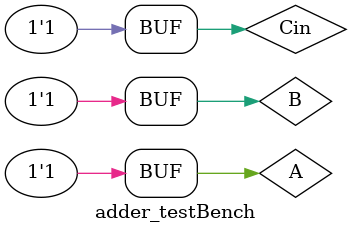
<source format=sv>
parameter delay = 0.05;
`timescale 1ns/10ps




//module for a 64 bit ALU
// 000:			result = B						
// 010:			result = A + B
// 011:			result = A - B
// 100:			result = bitwise A & B		
// 101:			result = bitwise A | B		
// 110:			result = bitwise A XOR B	
module alu_64b(A,B,OP,result,negative, zero, overflow, carry_out);
	input logic [63:0] A,B;
	input logic [2:0] OP;
	output logic [63:0] result;
	output logic negative, zero, overflow, carry_out;
	wire sub;
	
	logic[63:0] carrys;
	logic notOP;
	
	not#delay NotOp(notOP,OP[2]);
	and#delay subSignal(sub,OP[1],OP[0],notOP);
	//checks to see if the operation is a subtract
	
	
	
	
	
	aluSlice edgecaseALU0(A[0],B[0],OP,sub,carrys[0],result[0]);
	//creates edgecase ALu slice that takes in the +1 signal to add 1 for subtracting
	
	
	genvar i;

	generate	
			
			for(i = 1; i < 64;i++) begin: ALU
				aluSlice ALUgen(A[i],B[i],OP,carrys[i-1],carrys[i],result[i]);
			end
	endgenerate
	//generates remaining 63 ALUs slices and wires the carrys up together
	//creates carry bus uses for wiring up overflow flag

	
	
	assign negative = result[63];
	assign carry_out = carrys[63];
	//creates carry and negative flags from the carry bus and result bus
	
	
	logic zFlag;
	isZero zeroFlag(result,zFlag);
	assign zero = zFlag;
	//uses isZero module to check if output is 0
	//assigns that check to zero flag
	
	logic ovrFlag;
	xor#delay OverflowFlag(ovrFlag,carrys[63],carrys[62]);
	assign overflow = ovrFlag;
	//checks sign on the last two carrys 
	//if differnt overflow == 1
	

endmodule
//module to check is Input is 0
module isZero(A,foo);
	
	input logic [63:0] A;
	output logic foo;
	//output foo == 1 if A == 0 
	//output foo == 0 if A != 0
	
	logic [15:0] stage1;
	logic [3:0] stage2;
	
	//NOR STAGE
	genvar i;
	generate		
			for(i = 0; i < 16;i++) begin: norStage1
				nor norGenStage1(stage1[i],A[(4*i)],A[(4*i)+1],A[(4*i)+2],A[(4*i)+3]);
			end
	endgenerate
	//generates a bunch of 4 input nor gates and wire them up instages
	//need generate statement to avoid using more than 4 input gates
	
	//AND STAGES
	genvar j;
	generate		
			for(j = 0; j < 4;j++) begin: norStage2
				
				and andGenStage2(stage2[j],stage1[(4*j)],stage1[(4*j)+1],stage1[(4*j)+2],stage1[(4*j)+3]);
			end
	endgenerate
	//wires outputs of previous stage together with and gates to create a large nor gate
	and#delay finalStage(foo,stage2[3],stage2[2],stage2[1],stage2[0]);
	//final stage that ANDS the previous AND stage together 
	//to many gates to have 1 singluar Stage with reasonable delays

endmodule








module adder_64b(A,B,result,carry_out);
	input logic [63:0] A,B;
	output logic [63:0] result;
	output logic carry_out;
	
	logic[63:0] carrys;

	
	
	adder edgecaseAdder0(A[0],B[0],1'b0,result[0],carrys[0]);
	
	
	genvar i;

	generate	
			
			for(i = 1; i < 64;i++) begin: ALU
				adder Addergen(A[i],B[i],carrys[i-1],result[i],carrys[i]);
			end
	endgenerate
	assign carry_out = carrys[63];

endmodule







module aluSlice(A,B,OP,cin,cout,sum);
	
	input logic A,B,cin;
	input logic [2:0]OP;
	output logic sum,cout;
	
	wire Bmux,notB,adderOut,andOut,OrOut,XorOut,sub,notOP;
	wire [7:0] outMuxin;
	
//	and#delay LogicAnd(andOut,A,B);
//	or#delay LogicOr(OrOut,A,B);
//	xor#delay LogicXOR(XorOut,A,B);
	

	assign outMuxin[0] = B;
	assign outMuxin[1] = 1'b0;//don't care
	//OutMuxin[2] is assigned dirrectly in Adder unit
	assign outMuxin[3] = outMuxin[2];//Both add and sub share data path
	
	and#delay LogicAnd(outMuxin[4],A,B);
	or#delay LogicOr(outMuxin[5],A,B);	//
	xor#delay LogicXOR(outMuxin[6],A,B);
	//Puts A,B through there respective logic units 
	//Wires the output of each gate to its location in the mux based on the op code
	
	assign outMuxin[7] = 1'b0;//dont care

	

	
	
	

	not#delay NOTOP(notOP,OP[2]);
	and#delay and1(sub,notOP,OP[1],OP[0]);
	not#delay not1(notB,B);
	mux2_1 subMux(Bmux, B, notB, sub);
	//checks for a subtract OP
	//If sub == 0; ALU receives A,  B
	//If sub == 1; ALU receives A, ~B
	
	
	adder Addern(A,Bmux,cin,outMuxin[2],cout);
	//creates adder that takes in A and Bmux and sums them
	
	//output mux
	//controled by OP code
	mux8_1 outputMUx(sum, outMuxin, OP);

endmodule





//Basic 1bit full adder module
// inputs A,B,cin 
//computes A+B+cin
//outputs to Sum and Cout

module adder(A,B,Cin,Sum,Cout);
	input logic A,B,Cin;
	output logic Sum,Cout;
	
	wire xOut1,AandB,Candx2;
	xor#delay xor1(xOut1,A,B);
	xor#delay xor2(Sum,xOut1,Cin);
	
	and#delay and1(AandB,A,B);
	and#delay and2(Candx2,xOut1,Cin);
	
	or#delay or1(Cout,AandB,Candx2);

endmodule


module b64_adder_test();

	logic [63:0] A,B;
	logic [63:0] result;
	logic carry_out;
	
	adder_64b dut(A,B,result, carry_out);
	initial begin
		A=64'h0;B=64'hFFFF;#14000;
		A=64'h0;B=64'hFFFF;#14000;
		A=64'hFFFF;B=64'hFFFF;#14000;
		

	
	
	end


endmodule


module ALU_testbench();
	logic [63:0] A,B;
	logic [2:0] OP;
	logic [63:0] result;
	logic negative, zero, overflow, carry_out;
	
	alu_64b dut(A,B,OP,result,negative, zero, overflow, carry_out);
	initial begin
		A=64'h0;B=64'hFFFF;OP=3'b000;#14000;
		A=64'h0;B=64'hFFFF;OP=3'b000;#14000;
		A=64'hFFFF;B=64'hFFFF;OP=3'b010;#14000;
		#14000;
		#14000;
		#14000;
		#14000;
		#14000;
		#14000;
		A=64'hFFFFFFFFFFFFFFFF;B=64'hFFFF;OP=3'b011;#14000;
		#14000;
		#14000;
		#14000;
		A=64'h0;B=64'h0;OP=3'b010;#14000;
		A=64'h1;B=64'h1;OP=3'b010;#14000;
		A=64'h0;B=64'h1;OP=3'b010;#14000;
		A=64'h1;B=64'h1;OP=3'b010;#14000;
		A=64'h2;B=64'h1;OP=3'b010;#14000;
		A=64'h1;B=64'h2;OP=3'b010;#14000;
		A=64'h5;B=64'h3;OP=3'b010;#14000;
		#14000;
		A=64'h0;B=64'hFFFF;OP=3'b010;#14000;
		#14000;
		#14000;
		#14000;
		#14000;
		A=64'hFF;B=64'hFFFF;OP=3'b100;#14000;
	
	
	end


endmodule




module isZero_testbench();

	logic [63:0] A;
	logic foo;
	
	
	isZero dut(A,foo);
	initial begin
		A=64'hFFFFFFFFFFFFFFFF;#1000;
		A=64'b0;#1000;
		A=64'hFFFFFF4FFFF2FFFF;#1000;
		A=64'hCCCCCCCCCCCCCCCC;#1000;
		A=64'hFFFF;#1000;
		A=64'h7FFF;#1000;
		A=64'h3FFF;#1000;
		A=64'h1FFF;#1000;
		A=64'h0FFF;#1000;
		
		A=64'h0FFF;#1000;
		A=64'h07FF;#1000;
		A=64'h03FF;#1000;
		A=64'h01FF;#1000;
		A=64'h00FF;#1000;

		A=64'h00FF;#1000;
		A=64'h007F;#1000;
		A=64'h003F;#1000;
		A=64'h001F;#1000;
		A=64'h000F;#1000;
		
		A=64'h000F;#1000;
		A=64'h0007;#1000;
		A=64'h0003;#1000;
		A=64'h0001;#1000;
		A=64'h0000;#1000;
	
	
	end

endmodule


module aluSlice_TestBench();
	logic A,B,cin,sum,cout;
	logic [2:0]OP;
	
	aluSlice dut(A,B,OP,cin,cout,sum);
	initial begin
		
		
		
			OP=000;A=0;B=0;cin=0;#1000;
			A=0;B=0;cin=0;#1000;
			A=0;B=0;cin=0;#1000;
			A=0;B=0;cin=1;#1000;
			A=0;B=1;cin=0;#1000;
			A=0;B=1;cin=1;#1000;
			A=1;B=0;cin=0;#1000;
			A=1;B=0;cin=1;#1000;
			A=1;B=1;cin=0;#1000;
			A=1;B=1;cin=1;#1000;

			OP=001;A=0;B=0;cin=0;#1000;
			A=0;B=0;cin=0;#1000;
			A=0;B=0;cin=0;#1000;
			A=0;B=0;cin=1;#1000;
			A=0;B=1;cin=0;#1000;
			A=0;B=1;cin=1;#1000;
			A=1;B=0;cin=0;#1000;
			A=1;B=0;cin=1;#1000;
			A=1;B=1;cin=0;#1000;
			A=1;B=1;cin=1;#1000;
		
			OP=010;A=0;B=0;cin=0;#1000;
			A=0;B=0;cin=0;#1000;
			A=0;B=0;cin=0;#1000;
			A=0;B=0;cin=1;#1000;
			A=0;B=1;cin=0;#1000;
			A=0;B=1;cin=1;#1000;
			A=1;B=0;cin=0;#1000;
			A=1;B=0;cin=1;#1000;
			A=1;B=1;cin=0;#1000;
			A=1;B=1;cin=1;#1000;

			OP=011;A=0;B=0;cin=0;#1000;
			A=0;B=0;cin=0;#1000;
			A=0;B=0;cin=0;#1000;
			A=0;B=0;cin=1;#1000;
			A=0;B=1;cin=0;#1000;
			A=0;B=1;cin=1;#1000;
			A=1;B=0;cin=0;#1000;
			A=1;B=0;cin=1;#1000;
			A=1;B=1;cin=0;#1000;
			A=1;B=1;cin=1;#1000;		
		

			OP=100;A=0;B=0;cin=0;#1000;
			A=0;B=0;cin=0;#1000;
			A=0;B=0;cin=0;#1000;
			A=0;B=0;cin=1;#1000;
			A=0;B=1;cin=0;#1000;
			A=0;B=1;cin=1;#1000;
			A=1;B=0;cin=0;#1000;
			A=1;B=0;cin=1;#1000;
			A=1;B=1;cin=0;#1000;
			A=1;B=1;cin=1;#1000;
		
			OP=101;A=0;B=0;cin=0;#1000;
			A=0;B=0;cin=0;#1000;
			A=0;B=0;cin=0;#1000;
			A=0;B=0;cin=1;#1000;
			A=0;B=1;cin=0;#1000;
			A=0;B=1;cin=1;#1000;
			A=1;B=0;cin=0;#1000;
			A=1;B=0;cin=1;#1000;
			A=1;B=1;cin=0;#1000;
			A=1;B=1;cin=1;#1000;

			OP=110;A=0;B=0;cin=0;#1000;
			A=0;B=0;cin=0;#1000;
			A=0;B=0;cin=0;#1000;
			A=0;B=0;cin=1;#1000;
			A=0;B=1;cin=0;#1000;
			A=0;B=1;cin=1;#1000;
			A=1;B=0;cin=0;#1000;
			A=1;B=0;cin=1;#1000;
			A=1;B=1;cin=0;#1000;
			A=1;B=1;cin=1;#1000;		
				
		
		
		
	
	
	end



endmodule



module adder_testBench();
	logic A,B,Cin,Sum,Cout;
	
	adder dut(A,B,Cin,Sum,Cout);
	initial begin
		A=0;B=0;Cin=0;#1000;
		A=0;B=0;Cin=0;#1000;
		A=0;B=0;Cin=1;#1000;
		A=0;B=1;Cin=0;#1000;
		A=0;B=1;Cin=1;#1000;
		A=1;B=0;Cin=0;#1000;
		A=1;B=0;Cin=1;#1000;
		A=1;B=1;Cin=0;#1000;
		A=1;B=1;Cin=1;#1000;
		
	
	
	end
	

endmodule





</source>
